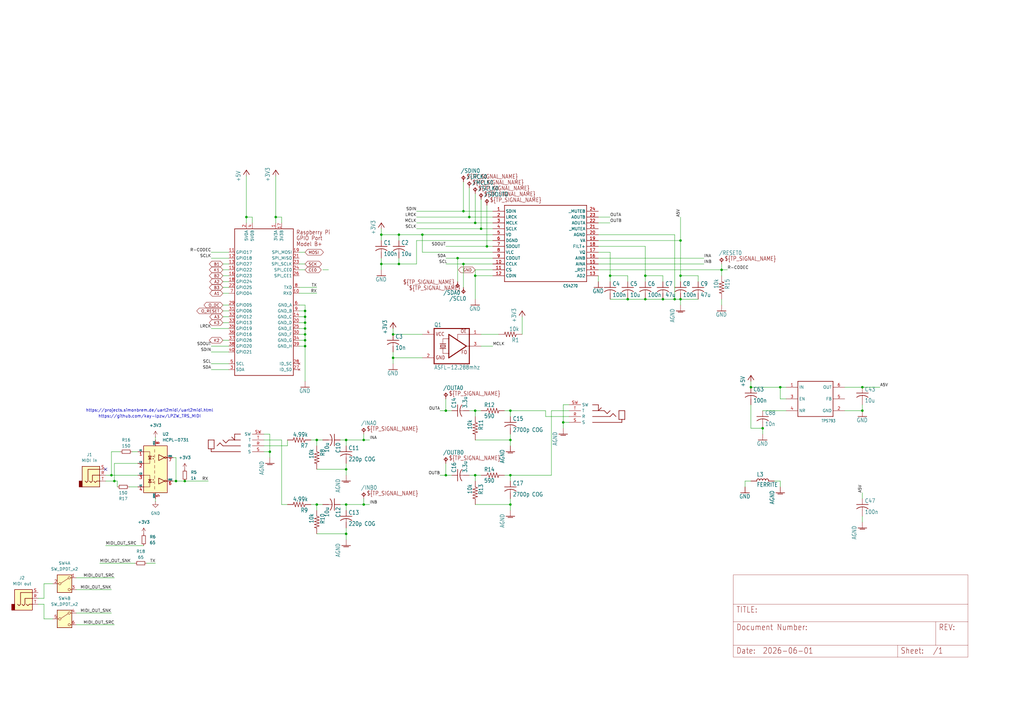
<source format=kicad_sch>
(kicad_sch (version 20231120) (generator "eeschema") (generator_version "8.0")
  (paper "User" 443.357 305.206)
  (junction (at 220.98 177.8))
  (junction (at 119.38 93.98))
  (junction (at 198.12 111.76))
  (junction (at 149.86 218.44))
  (junction (at 172.72 114.3))
  (junction (at 137.16 190.5))
  (junction (at 203.2 93.98))
  (junction (at 373.38 177.8))
  (junction (at 220.98 218.44))
  (junction (at 294.64 119.38))
  (junction (at 132.08 147.32))
  (junction (at 264.16 119.38))
  (junction (at 106.68 93.98))
  (junction (at 271.78 129.54))
  (junction (at 330.2 185.42))
  (junction (at 292.1 129.54))
  (junction (at 48.26 205.74))
  (junction (at 80.01 208.28))
  (junction (at 132.08 149.86))
  (junction (at 279.4 119.38))
  (junction (at 193.04 205.74))
  (junction (at 294.64 129.54))
  (junction (at 165.1 101.6))
  (junction (at 208.28 99.06))
  (junction (at 243.84 182.88))
  (junction (at 170.18 154.94))
  (junction (at 220.98 205.74))
  (junction (at 137.16 218.44))
  (junction (at 373.38 167.64))
  (junction (at 132.08 134.62))
  (junction (at 312.42 116.84))
  (junction (at 200.66 91.44))
  (junction (at 132.08 137.16))
  (junction (at 149.86 231.14))
  (junction (at 170.18 144.78))
  (junction (at 337.82 167.64))
  (junction (at 132.08 144.78))
  (junction (at 157.48 190.5))
  (junction (at 325.12 167.64))
  (junction (at 49.53 208.28))
  (junction (at 220.98 190.5))
  (junction (at 157.48 218.44))
  (junction (at 294.64 104.14))
  (junction (at 149.86 203.2))
  (junction (at 182.88 101.6))
  (junction (at 205.74 205.74))
  (junction (at 149.86 190.5))
  (junction (at 205.74 96.52))
  (junction (at 132.08 139.7))
  (junction (at 76.2 208.28))
  (junction (at 210.82 106.68))
  (junction (at 193.04 177.8))
  (junction (at 205.74 119.38))
  (junction (at 287.02 129.54))
  (junction (at 200.66 114.3))
  (junction (at 172.72 101.6))
  (junction (at 116.84 195.58))
  (junction (at 132.08 142.24))
  (junction (at 205.74 177.8))
  (junction (at 279.4 129.54))
  (junction (at 165.1 114.3))
  (no_connect (at 45.72 203.2))
  (wire (pts (xy 190.5 177.8) (xy 193.04 177.8)) (stroke (width 0.1524)))
  (wire (pts (xy 205.74 119.38) (xy 205.74 129.54)) (stroke (width 0.1524)))
  (wire (pts (xy 287.02 129.54) (xy 292.1 129.54)) (stroke (width 0.1524)))
  (wire (pts (xy 236.22 177.8) (xy 220.98 177.8)) (stroke (width 0.1524)))
  (wire (pts (xy 142.24 116.84) (xy 139.7 116.84)) (stroke (width 0.1524)))
  (wire (pts (xy 157.48 218.44) (xy 160.02 218.44)) (stroke (width 0.1524)))
  (wire (pts (xy 279.4 119.38) (xy 279.4 121.92)) (stroke (width 0.1524)))
  (wire (pts (xy 193.04 205.74) (xy 195.58 205.74)) (stroke (width 0.1524)))
  (wire (pts (xy 259.08 121.92) (xy 259.08 119.38)) (stroke (width 0.1524)))
  (wire (pts (xy 55.88 210.82) (xy 59.69 210.82)))
  (wire (pts (xy 205.74 180.34) (xy 205.74 177.8)) (stroke (width 0.1524)))
  (wire (pts (xy 220.98 218.44) (xy 220.98 215.9)) (stroke (width 0.1524)))
  (wire (pts (xy 180.34 104.14) (xy 180.34 114.3)) (stroke (width 0.1524)))
  (wire (pts (xy 220.98 190.5) (xy 220.98 187.96)) (stroke (width 0.1524)))
  (wire (pts (xy 157.48 187.96) (xy 157.48 190.5)) (stroke (width 0.1524)))
  (wire (pts (xy 208.28 86.36) (xy 208.28 99.06)) (stroke (width 0.1524)))
  (wire (pts (xy 213.36 104.14) (xy 180.34 104.14)) (stroke (width 0.1524)))
  (wire (pts (xy 91.44 111.76) (xy 99.06 111.76)) (stroke (width 0.1524)))
  (wire (pts (xy 59.69 200.66) (xy 49.53 200.66)))
  (wire (pts (xy 325.12 208.28) (xy 322.58 208.28)) (stroke (width 0.1524)))
  (wire (pts (xy 49.53 200.66) (xy 49.53 208.28)))
  (wire (pts (xy 49.53 270.51) (xy 33.02 270.51)))
  (wire (pts (xy 96.52 139.7) (xy 99.06 139.7)) (stroke (width 0.1524)))
  (wire (pts (xy 287.02 129.54) (xy 279.4 129.54)) (stroke (width 0.1524)))
  (wire (pts (xy 165.1 99.06) (xy 165.1 101.6)) (stroke (width 0.1524)))
  (wire (pts (xy 264.16 119.38) (xy 264.16 121.92)) (stroke (width 0.1524)))
  (wire (pts (xy 52.07 195.58) (xy 48.26 195.58)))
  (wire (pts (xy 190.5 205.74) (xy 193.04 205.74)) (stroke (width 0.1524)))
  (wire (pts (xy 149.86 190.5) (xy 157.48 190.5)) (stroke (width 0.1524)))
  (wire (pts (xy 121.92 93.98) (xy 121.92 96.52)) (stroke (width 0.1524)))
  (wire (pts (xy 205.74 119.38) (xy 213.36 119.38)) (stroke (width 0.1524)))
  (wire (pts (xy 259.08 106.68) (xy 279.4 106.68)) (stroke (width 0.1524)))
  (wire (pts (xy 337.82 172.72) (xy 337.82 167.64)) (stroke (width 0.1524)))
  (wire (pts (xy 165.1 101.6) (xy 165.1 104.14)) (stroke (width 0.1524)))
  (wire (pts (xy 50.8 210.82) (xy 50.8 208.28)))
  (wire (pts (xy 373.38 167.64) (xy 381 167.64)) (stroke (width 0.1524)))
  (wire (pts (xy 121.92 190.5) (xy 121.92 218.44)) (stroke (width 0.1524)))
  (wire (pts (xy 19.05 261.62) (xy 16.51 261.62)))
  (wire (pts (xy 129.54 142.24) (xy 132.08 142.24)) (stroke (width 0.1524)))
  (wire (pts (xy 91.44 160.02) (xy 99.06 160.02)) (stroke (width 0.1524)))
  (wire (pts (xy 149.86 218.44) (xy 149.86 220.98)) (stroke (width 0.1524)))
  (wire (pts (xy 96.52 124.46) (xy 99.06 124.46)) (stroke (width 0.1524)))
  (wire (pts (xy 132.08 114.3) (xy 129.54 114.3)) (stroke (width 0.1524)))
  (wire (pts (xy 137.16 218.44) (xy 139.7 218.44)) (stroke (width 0.1524)))
  (wire (pts (xy 129.54 137.16) (xy 132.08 137.16)) (stroke (width 0.1524)))
  (wire (pts (xy 312.42 119.38) (xy 312.42 116.84)) (stroke (width 0.1524)))
  (wire (pts (xy 215.9 144.78) (xy 208.28 144.78)) (stroke (width 0.1524)))
  (wire (pts (xy 238.76 177.8) (xy 246.38 177.8)) (stroke (width 0.1524)))
  (wire (pts (xy 302.26 129.54) (xy 294.64 129.54)) (stroke (width 0.1524)))
  (wire (pts (xy 96.52 119.38) (xy 99.06 119.38)) (stroke (width 0.1524)))
  (wire (pts (xy 193.04 111.76) (xy 198.12 111.76)) (stroke (width 0.1524)))
  (wire (pts (xy 50.8 208.28) (xy 49.53 208.28)))
  (wire (pts (xy 205.74 116.84) (xy 205.74 119.38)) (stroke (width 0.1524)))
  (wire (pts (xy 279.4 119.38) (xy 287.02 119.38)) (stroke (width 0.1524)))
  (wire (pts (xy 129.54 139.7) (xy 132.08 139.7)) (stroke (width 0.1524)))
  (wire (pts (xy 373.38 215.9) (xy 373.38 213.36)) (stroke (width 0.1524)))
  (wire (pts (xy 147.32 190.5) (xy 149.86 190.5)) (stroke (width 0.1524)))
  (wire (pts (xy 96.52 132.08) (xy 99.06 132.08)) (stroke (width 0.1524)))
  (wire (pts (xy 373.38 177.8) (xy 373.38 175.26)) (stroke (width 0.1524)))
  (wire (pts (xy 182.88 154.94) (xy 170.18 154.94)) (stroke (width 0.1524)))
  (wire (pts (xy 203.2 81.28) (xy 203.2 93.98)) (stroke (width 0.1524)))
  (wire (pts (xy 129.54 149.86) (xy 132.08 149.86)) (stroke (width 0.1524)))
  (wire (pts (xy 22.86 267.97) (xy 19.05 267.97)))
  (wire (pts (xy 279.4 129.54) (xy 271.78 129.54)) (stroke (width 0.1524)))
  (wire (pts (xy 294.64 119.38) (xy 302.26 119.38)) (stroke (width 0.1524)))
  (wire (pts (xy 45.72 236.22) (xy 62.23 236.22)))
  (wire (pts (xy 149.86 231.14) (xy 149.86 233.68)) (stroke (width 0.1524)))
  (wire (pts (xy 170.18 154.94) (xy 170.18 152.4)) (stroke (width 0.1524)))
  (wire (pts (xy 132.08 116.84) (xy 129.54 116.84)) (stroke (width 0.1524)))
  (wire (pts (xy 205.74 96.52) (xy 213.36 96.52)) (stroke (width 0.1524)))
  (wire (pts (xy 193.04 172.72) (xy 193.04 177.8)) (stroke (width 0.1524)))
  (wire (pts (xy 132.08 149.86) (xy 132.08 165.1)) (stroke (width 0.1524)))
  (wire (pts (xy 132.08 139.7) (xy 132.08 142.24)) (stroke (width 0.1524)))
  (wire (pts (xy 129.54 144.78) (xy 132.08 144.78)) (stroke (width 0.1524)))
  (wire (pts (xy 63.5 243.84) (xy 67.31 243.84)))
  (wire (pts (xy 193.04 114.3) (xy 200.66 114.3)) (stroke (width 0.1524)))
  (wire (pts (xy 48.26 255.27) (xy 33.02 255.27)))
  (wire (pts (xy 149.86 228.6) (xy 149.86 231.14)) (stroke (width 0.1524)))
  (wire (pts (xy 106.68 93.98) (xy 109.22 93.98)) (stroke (width 0.1524)))
  (wire (pts (xy 119.38 93.98) (xy 121.92 93.98)) (stroke (width 0.1524)))
  (wire (pts (xy 119.38 93.98) (xy 119.38 76.2)) (stroke (width 0.1524)))
  (wire (pts (xy 172.72 111.76) (xy 172.72 114.3)) (stroke (width 0.1524)))
  (wire (pts (xy 134.62 190.5) (xy 137.16 190.5)) (stroke (width 0.1524)))
  (wire (pts (xy 137.16 193.04) (xy 137.16 190.5)) (stroke (width 0.1524)))
  (wire (pts (xy 287.02 119.38) (xy 287.02 121.92)) (stroke (width 0.1524)))
  (wire (pts (xy 208.28 149.86) (xy 213.36 149.86)) (stroke (width 0.1524)))
  (wire (pts (xy 220.98 205.74) (xy 220.98 208.28)) (stroke (width 0.1524)))
  (wire (pts (xy 16.51 259.08) (xy 19.05 259.08)))
  (wire (pts (xy 43.18 243.84) (xy 58.42 243.84)))
  (wire (pts (xy 220.98 220.98) (xy 220.98 218.44)) (stroke (width 0.1524)))
  (wire (pts (xy 330.2 187.96) (xy 330.2 185.42)) (stroke (width 0.1524)))
  (wire (pts (xy 157.48 215.9) (xy 157.48 218.44)) (stroke (width 0.1524)))
  (wire (pts (xy 193.04 200.66) (xy 193.04 205.74)) (stroke (width 0.1524)))
  (wire (pts (xy 172.72 101.6) (xy 165.1 101.6)) (stroke (width 0.1524)))
  (wire (pts (xy 19.05 267.97) (xy 19.05 261.62)))
  (wire (pts (xy 57.15 195.58) (xy 59.69 195.58)))
  (wire (pts (xy 279.4 106.68) (xy 279.4 119.38)) (stroke (width 0.1524)))
  (wire (pts (xy 67.31 215.9) (xy 67.31 217.17)))
  (wire (pts (xy 147.32 218.44) (xy 149.86 218.44)) (stroke (width 0.1524)))
  (wire (pts (xy 132.08 144.78) (xy 132.08 147.32)) (stroke (width 0.1524)))
  (wire (pts (xy 246.38 175.26) (xy 243.84 175.26)) (stroke (width 0.1524)))
  (wire (pts (xy 243.84 175.26) (xy 243.84 182.88)) (stroke (width 0.1524)))
  (wire (pts (xy 129.54 134.62) (xy 132.08 134.62)) (stroke (width 0.1524)))
  (wire (pts (xy 292.1 101.6) (xy 292.1 129.54)) (stroke (width 0.1524)))
  (wire (pts (xy 96.52 134.62) (xy 99.06 134.62)) (stroke (width 0.1524)))
  (wire (pts (xy 157.48 190.5) (xy 160.02 190.5)) (stroke (width 0.1524)))
  (wire (pts (xy 205.74 83.82) (xy 205.74 96.52)) (stroke (width 0.1524)))
  (wire (pts (xy 246.38 182.88) (xy 243.84 182.88)) (stroke (width 0.1524)))
  (wire (pts (xy 96.52 137.16) (xy 99.06 137.16)) (stroke (width 0.1524)))
  (wire (pts (xy 259.08 104.14) (xy 294.64 104.14)) (stroke (width 0.1524)))
  (wire (pts (xy 264.16 93.98) (xy 259.08 93.98)) (stroke (width 0.1524)))
  (wire (pts (xy 121.92 218.44) (xy 124.46 218.44)) (stroke (width 0.1524)))
  (wire (pts (xy 302.26 119.38) (xy 302.26 121.92)) (stroke (width 0.1524)))
  (wire (pts (xy 96.52 114.3) (xy 99.06 114.3)) (stroke (width 0.1524)))
  (wire (pts (xy 96.52 127) (xy 99.06 127)) (stroke (width 0.1524)))
  (wire (pts (xy 294.64 132.08) (xy 294.64 129.54)) (stroke (width 0.1524)))
  (wire (pts (xy 67.31 189.23) (xy 67.31 190.5)))
  (wire (pts (xy 180.34 91.44) (xy 200.66 91.44)) (stroke (width 0.1524)))
  (wire (pts (xy 373.38 226.06) (xy 373.38 223.52)) (stroke (width 0.1524)))
  (wire (pts (xy 218.44 177.8) (xy 220.98 177.8)) (stroke (width 0.1524)))
  (wire (pts (xy 213.36 101.6) (xy 182.88 101.6)) (stroke (width 0.1524)))
  (wire (pts (xy 198.12 111.76) (xy 213.36 111.76)) (stroke (width 0.1524)))
  (wire (pts (xy 106.68 93.98) (xy 106.68 96.52)) (stroke (width 0.1524)))
  (wire (pts (xy 259.08 111.76) (xy 304.8 111.76)) (stroke (width 0.1524)))
  (wire (pts (xy 48.26 265.43) (xy 33.02 265.43)))
  (wire (pts (xy 243.84 182.88) (xy 243.84 185.42)) (stroke (width 0.1524)))
  (wire (pts (xy 205.74 218.44) (xy 220.98 218.44)) (stroke (width 0.1524)))
  (wire (pts (xy 132.08 142.24) (xy 132.08 144.78)) (stroke (width 0.1524)))
  (wire (pts (xy 91.44 142.24) (xy 99.06 142.24)) (stroke (width 0.1524)))
  (wire (pts (xy 80.01 208.28) (xy 90.17 208.28)))
  (wire (pts (xy 294.64 119.38) (xy 294.64 121.92)) (stroke (width 0.1524)))
  (wire (pts (xy 294.64 104.14) (xy 294.64 93.98)) (stroke (width 0.1524)))
  (wire (pts (xy 200.66 114.3) (xy 213.36 114.3)) (stroke (width 0.1524)))
  (wire (pts (xy 205.74 177.8) (xy 208.28 177.8)) (stroke (width 0.1524)))
  (wire (pts (xy 132.08 132.08) (xy 132.08 134.62)) (stroke (width 0.1524)))
  (wire (pts (xy 312.42 114.3) (xy 312.42 116.84)) (stroke (width 0.1524)))
  (wire (pts (xy 220.98 193.04) (xy 220.98 190.5)) (stroke (width 0.1524)))
  (wire (pts (xy 205.74 190.5) (xy 220.98 190.5)) (stroke (width 0.1524)))
  (wire (pts (xy 116.84 195.58) (xy 116.84 198.12)) (stroke (width 0.1524)))
  (wire (pts (xy 149.86 203.2) (xy 149.86 205.74)) (stroke (width 0.1524)))
  (wire (pts (xy 49.53 250.19) (xy 33.02 250.19)))
  (wire (pts (xy 114.3 195.58) (xy 116.84 195.58)) (stroke (width 0.1524)))
  (wire (pts (xy 335.28 208.28) (xy 337.82 208.28)) (stroke (width 0.1524)))
  (wire (pts (xy 259.08 109.22) (xy 264.16 109.22)) (stroke (width 0.1524)))
  (wire (pts (xy 132.08 109.22) (xy 129.54 109.22)) (stroke (width 0.1524)))
  (wire (pts (xy 330.2 185.42) (xy 325.12 185.42)) (stroke (width 0.1524)))
  (wire (pts (xy 137.16 203.2) (xy 149.86 203.2)) (stroke (width 0.1524)))
  (wire (pts (xy 137.16 231.14) (xy 149.86 231.14)) (stroke (width 0.1524)))
  (wire (pts (xy 91.44 149.86) (xy 99.06 149.86)) (stroke (width 0.1524)))
  (wire (pts (xy 208.28 99.06) (xy 180.34 99.06)) (stroke (width 0.1524)))
  (wire (pts (xy 264.16 119.38) (xy 271.78 119.38)) (stroke (width 0.1524)))
  (wire (pts (xy 180.34 114.3) (xy 172.72 114.3)) (stroke (width 0.1524)))
  (wire (pts (xy 246.38 180.34) (xy 236.22 180.34)) (stroke (width 0.1524)))
  (wire (pts (xy 325.12 185.42) (xy 325.12 175.26)) (stroke (width 0.1524)))
  (wire (pts (xy 198.12 111.76) (xy 198.12 121.92)) (stroke (width 0.1524)))
  (wire (pts (xy 137.16 124.46) (xy 129.54 124.46)) (stroke (width 0.1524)))
  (wire (pts (xy 213.36 106.68) (xy 210.82 106.68)) (stroke (width 0.1524)))
  (wire (pts (xy 226.06 144.78) (xy 226.06 137.16)) (stroke (width 0.1524)))
  (wire (pts (xy 236.22 180.34) (xy 236.22 177.8)) (stroke (width 0.1524)))
  (wire (pts (xy 19.05 259.08) (xy 19.05 252.73)))
  (wire (pts (xy 129.54 132.08) (xy 132.08 132.08)) (stroke (width 0.1524)))
  (wire (pts (xy 96.52 116.84) (xy 99.06 116.84)) (stroke (width 0.1524)))
  (wire (pts (xy 203.2 205.74) (xy 205.74 205.74)) (stroke (width 0.1524)))
  (wire (pts (xy 180.34 93.98) (xy 203.2 93.98)) (stroke (width 0.1524)))
  (wire (pts (xy 172.72 104.14) (xy 172.72 101.6)) (stroke (width 0.1524)))
  (wire (pts (xy 137.16 127) (xy 129.54 127)) (stroke (width 0.1524)))
  (wire (pts (xy 76.2 208.28) (xy 80.01 208.28)))
  (wire (pts (xy 200.66 114.3) (xy 200.66 124.46)) (stroke (width 0.1524)))
  (wire (pts (xy 259.08 116.84) (xy 312.42 116.84)) (stroke (width 0.1524)))
  (wire (pts (xy 365.76 177.8) (xy 373.38 177.8)) (stroke (width 0.1524)))
  (wire (pts (xy 180.34 96.52) (xy 205.74 96.52)) (stroke (width 0.1524)))
  (wire (pts (xy 170.18 157.48) (xy 170.18 154.94)) (stroke (width 0.1524)))
  (wire (pts (xy 200.66 78.74) (xy 200.66 91.44)) (stroke (width 0.1524)))
  (wire (pts (xy 365.76 167.64) (xy 373.38 167.64)) (stroke (width 0.1524)))
  (wire (pts (xy 264.16 109.22) (xy 264.16 119.38)) (stroke (width 0.1524)))
  (wire (pts (xy 259.08 101.6) (xy 292.1 101.6)) (stroke (width 0.1524)))
  (wire (pts (xy 96.52 147.32) (xy 99.06 147.32)) (stroke (width 0.1524)))
  (wire (pts (xy 205.74 208.28) (xy 205.74 205.74)) (stroke (width 0.1524)))
  (wire (pts (xy 182.88 109.22) (xy 182.88 101.6)) (stroke (width 0.1524)))
  (wire (pts (xy 76.2 208.28) (xy 74.93 208.28)))
  (wire (pts (xy 312.42 116.84) (xy 314.96 116.84)) (stroke (width 0.1524)))
  (wire (pts (xy 114.3 187.96) (xy 116.84 187.96)) (stroke (width 0.1524)))
  (wire (pts (xy 129.54 147.32) (xy 132.08 147.32)) (stroke (width 0.1524)))
  (wire (pts (xy 19.05 252.73) (xy 22.86 252.73)))
  (wire (pts (xy 193.04 177.8) (xy 195.58 177.8)) (stroke (width 0.1524)))
  (wire (pts (xy 137.16 190.5) (xy 139.7 190.5)) (stroke (width 0.1524)))
  (wire (pts (xy 170.18 144.78) (xy 170.18 142.24)) (stroke (width 0.1524)))
  (wire (pts (xy 137.16 220.98) (xy 137.16 218.44)) (stroke (width 0.1524)))
  (wire (pts (xy 116.84 187.96) (xy 116.84 195.58)) (stroke (width 0.1524)))
  (wire (pts (xy 340.36 172.72) (xy 337.82 172.72)) (stroke (width 0.1524)))
  (wire (pts (xy 124.46 193.04) (xy 114.3 193.04)) (stroke (width 0.1524)))
  (wire (pts (xy 205.74 205.74) (xy 208.28 205.74)) (stroke (width 0.1524)))
  (wire (pts (xy 271.78 129.54) (xy 264.16 129.54)) (stroke (width 0.1524)))
  (wire (pts (xy 132.08 137.16) (xy 132.08 139.7)) (stroke (width 0.1524)))
  (wire (pts (xy 132.08 134.62) (xy 132.08 137.16)) (stroke (width 0.1524)))
  (wire (pts (xy 91.44 152.4) (xy 99.06 152.4)) (stroke (width 0.1524)))
  (wire (pts (xy 213.36 99.06) (xy 208.28 99.06)) (stroke (width 0.1524)))
  (wire (pts (xy 74.93 198.12) (xy 76.2 198.12)))
  (wire (pts (xy 124.46 190.5) (xy 124.46 193.04)) (stroke (width 0.1524)))
  (wire (pts (xy 200.66 91.44) (xy 213.36 91.44)) (stroke (width 0.1524)))
  (wire (pts (xy 340.36 177.8) (xy 330.2 177.8)) (stroke (width 0.1524)))
  (wire (pts (xy 238.76 205.74) (xy 220.98 205.74)) (stroke (width 0.1524)))
  (wire (pts (xy 182.88 101.6) (xy 172.72 101.6)) (stroke (width 0.1524)))
  (wire (pts (xy 91.44 109.22) (xy 99.06 109.22)) (stroke (width 0.1524)))
  (wire (pts (xy 203.2 93.98) (xy 213.36 93.98)) (stroke (width 0.1524)))
  (wire (pts (xy 337.82 167.64) (xy 340.36 167.64)) (stroke (width 0.1524)))
  (wire (pts (xy 149.86 190.5) (xy 149.86 193.04)) (stroke (width 0.1524)))
  (wire (pts (xy 210.82 88.9) (xy 210.82 106.68)) (stroke (width 0.1524)))
  (wire (pts (xy 238.76 177.8) (xy 238.76 205.74)) (stroke (width 0.1524)))
  (wire (pts (xy 149.86 218.44) (xy 157.48 218.44)) (stroke (width 0.1524)))
  (wire (pts (xy 134.62 218.44) (xy 137.16 218.44)) (stroke (width 0.1524)))
  (wire (pts (xy 172.72 114.3) (xy 165.1 114.3)) (stroke (width 0.1524)))
  (wire (pts (xy 119.38 93.98) (xy 119.38 96.52)) (stroke (width 0.1524)))
  (wire (pts (xy 76.2 198.12) (xy 76.2 208.28)))
  (wire (pts (xy 45.72 205.74) (xy 48.26 205.74)))
  (wire (pts (xy 213.36 109.22) (xy 182.88 109.22)) (stroke (width 0.1524)))
  (wire (pts (xy 121.92 190.5) (xy 114.3 190.5)) (stroke (width 0.1524)))
  (wire (pts (xy 312.42 132.08) (xy 312.42 129.54)) (stroke (width 0.1524)))
  (wire (pts (xy 109.22 93.98) (xy 109.22 96.52)) (stroke (width 0.1524)))
  (wire (pts (xy 294.64 104.14) (xy 294.64 119.38)) (stroke (width 0.1524)))
  (wire (pts (xy 218.44 205.74) (xy 220.98 205.74)) (stroke (width 0.1524)))
  (wire (pts (xy 193.04 106.68) (xy 210.82 106.68)) (stroke (width 0.1524)))
  (wire (pts (xy 292.1 129.54) (xy 294.64 129.54)) (stroke (width 0.1524)))
  (wire (pts (xy 106.68 93.98) (xy 106.68 76.2)) (stroke (width 0.1524)))
  (wire (pts (xy 182.88 144.78) (xy 170.18 144.78)) (stroke (width 0.1524)))
  (wire (pts (xy 271.78 119.38) (xy 271.78 121.92)) (stroke (width 0.1524)))
  (wire (pts (xy 325.12 167.64) (xy 337.82 167.64)) (stroke (width 0.1524)))
  (wire (pts (xy 165.1 116.84) (xy 165.1 114.3)) (stroke (width 0.1524)))
  (wire (pts (xy 149.86 200.66) (xy 149.86 203.2)) (stroke (width 0.1524)))
  (wire (pts (xy 49.53 208.28) (xy 45.72 208.28)))
  (wire (pts (xy 220.98 177.8) (xy 220.98 180.34)) (stroke (width 0.1524)))
  (wire (pts (xy 91.44 157.48) (xy 99.06 157.48)) (stroke (width 0.1524)))
  (wire (pts (xy 203.2 177.8) (xy 205.74 177.8)) (stroke (width 0.1524)))
  (wire (pts (xy 48.26 205.74) (xy 59.69 205.74)))
  (wire (pts (xy 96.52 121.92) (xy 99.06 121.92)) (stroke (width 0.1524)))
  (wire (pts (xy 213.36 116.84) (xy 205.74 116.84)) (stroke (width 0.1524)))
  (wire (pts (xy 259.08 114.3) (xy 304.8 114.3)) (stroke (width 0.1524)))
  (wire (pts (xy 165.1 114.3) (xy 165.1 111.76)) (stroke (width 0.1524)))
  (wire (pts (xy 337.82 210.82) (xy 337.82 208.28)) (stroke (width 0.1524)))
  (wire (pts (xy 325.12 167.64) (xy 325.12 165.1)) (stroke (width 0.1524)))
  (wire (pts (xy 48.26 195.58) (xy 48.26 205.74)))
  (wire (pts (xy 322.58 208.28) (xy 322.58 210.82)) (stroke (width 0.1524)))
  (wire (pts (xy 132.08 147.32) (xy 132.08 149.86)) (stroke (width 0.1524)))
  (wire (pts (xy 264.16 96.52) (xy 259.08 96.52)) (stroke (width 0.1524)))
  (text "https://github.com/kay-lpzw/LPZW_TRS_MIDI" (at 64.77 180.34 0) (effects (font (size 1.27 1.27))))
  (text "https://projects.simonbrem.de/uart2midi/uart2midi.html" (at 64.77 177.8 0) (effects (font (size 1.27 1.27))))
  (label "OUTB" (at 190.5 205.74 180) (effects (font (size 1.2446 1.2446))))
  (label "TX" (at 137.16 124.46 180) (effects (font (size 1.2446 1.2446))))
  (label "R-CODEC" (at 91.44 109.22 180) (effects (font (size 1.2446 1.2446))))
  (label "SCLK" (at 180.34 99.06 180) (effects (font (size 1.2446 1.2446))))
  (label "SDA" (at 193.04 111.76 180) (effects (font (size 1.2446 1.2446))))
  (label "A5V" (at 373.38 213.36 90) (effects (font (size 1.2446 1.2446))))
  (label "SDA" (at 91.44 160.02 180) (effects (font (size 1.2446 1.2446))))
  (label "OUTB" (at 264.16 96.52 0) (effects (font (size 1.2446 1.2446))))
  (label "INA" (at 160.02 190.5 0) (effects (font (size 1.2446 1.2446))))
  (label "MIDI_OUT_SNK" (at 43.18 243.84 0))
  (label "SDOUT" (at 91.44 149.86 180) (effects (font (size 1.2446 1.2446))))
  (label "MIDI_OUT_SRC" (at 49.53 270.51 180))
  (label "LRCK" (at 91.44 142.24 180) (effects (font (size 1.2446 1.2446))))
  (label "OUTA" (at 190.5 177.8 180) (effects (font (size 1.2446 1.2446))))
  (label "MCLK" (at 213.36 149.86 0) (effects (font (size 1.2446 1.2446))))
  (label "LRCK" (at 180.34 93.98 180) (effects (font (size 1.2446 1.2446))))
  (label "SDIN" (at 180.34 91.44 180) (effects (font (size 1.2446 1.2446))))
  (label "OUTA" (at 264.16 93.98 0) (effects (font (size 1.2446 1.2446))))
  (label "MIDI_OUT_SNK" (at 48.26 265.43 180))
  (label "R-CODEC" (at 314.96 116.84 0) (effects (font (size 1.2446 1.2446))))
  (label "MIDI_OUT_SRC" (at 45.72 236.22 0))
  (label "SCL" (at 91.44 157.48 180) (effects (font (size 1.2446 1.2446))))
  (label "MIDI_OUT_SNK" (at 48.26 255.27 180))
  (label "A5V" (at 294.64 93.98 90) (effects (font (size 1.2446 1.2446))))
  (label "INB" (at 160.02 218.44 0) (effects (font (size 1.2446 1.2446))))
  (label "SDOUT" (at 193.04 106.68 180) (effects (font (size 1.2446 1.2446))))
  (label "RX" (at 90.17 208.28 180))
  (label "SCLK" (at 91.44 111.76 180) (effects (font (size 1.2446 1.2446))))
  (label "INA" (at 304.8 111.76 0) (effects (font (size 1.2446 1.2446))))
  (label "A5V" (at 381 167.64 0) (effects (font (size 1.2446 1.2446))))
  (label "TX" (at 67.31 243.84 180))
  (label "SDIN" (at 91.44 152.4 180) (effects (font (size 1.2446 1.2446))))
  (label "SCL" (at 193.675 114.3 180) (effects (font (size 1.2446 1.2446))))
  (label "MIDI_OUT_SRC" (at 49.53 250.19 180))
  (label "RX" (at 137.16 127 180) (effects (font (size 1.2446 1.2446))))
  (label "MCLK" (at 180.34 96.52 180) (effects (font (size 1.2446 1.2446))))
  (label "INB" (at 304.8 114.3 0) (effects (font (size 1.2446 1.2446))))
  (global_label "A3" (shape bidirectional) (at 96.52 137.16 180) (effects (font (size 1.2446 1.2446))) (property "Intersheetrefs" "${INTERSHEET_REFS}" (effects (hide yes))))
  (global_label "O_DC" (shape bidirectional) (at 96.52 132.08 180) (effects (font (size 1.2446 1.2446))) (property "Intersheetrefs" "${INTERSHEET_REFS}" (effects (hide yes))))
  (global_label "CE0" (shape bidirectional) (at 132.08 116.84 0) (effects (font (size 1.2446 1.2446))) (property "Intersheetrefs" "${INTERSHEET_REFS}" (effects (hide yes))))
  (global_label "O_RESET" (shape bidirectional) (at 96.52 134.62 180) (effects (font (size 1.2446 1.2446))) (property "Intersheetrefs" "${INTERSHEET_REFS}" (effects (hide yes))))
  (global_label "B3" (shape bidirectional) (at 96.52 124.46 180) (effects (font (size 1.2446 1.2446))) (property "Intersheetrefs" "${INTERSHEET_REFS}" (effects (hide yes))))
  (global_label "B2" (shape bidirectional) (at 96.52 119.38 180) (effects (font (size 1.2446 1.2446))) (property "Intersheetrefs" "${INTERSHEET_REFS}" (effects (hide yes))))
  (global_label "A1" (shape bidirectional) (at 96.52 127 180) (effects (font (size 1.2446 1.2446))) (property "Intersheetrefs" "${INTERSHEET_REFS}" (effects (hide yes))))
  (global_label "K1" (shape bidirectional) (at 96.52 116.84 180) (effects (font (size 1.2446 1.2446))) (property "Intersheetrefs" "${INTERSHEET_REFS}" (effects (hide yes))))
  (global_label "A2" (shape bidirectional) (at 96.52 121.92 180) (effects (font (size 1.2446 1.2446))) (property "Intersheetrefs" "${INTERSHEET_REFS}" (effects (hide yes))))
  (global_label "K3" (shape bidirectional) (at 96.52 139.7 180) (effects (font (size 1.2446 1.2446))) (property "Intersheetrefs" "${INTERSHEET_REFS}" (effects (hide yes))))
  (global_label "MOSI" (shape bidirectional) (at 132.08 109.22 0) (effects (font (size 1.2446 1.2446))) (property "Intersheetrefs" "${INTERSHEET_REFS}" (effects (hide yes))))
  (global_label "GND" (shape bidirectional) (at 205.74 116.84 180) (effects (font (size 1.2446 1.2446))) (property "Intersheetrefs" "${INTERSHEET_REFS}" (effects (hide yes))))
  (global_label "SCK" (shape bidirectional) (at 132.08 114.3 0) (effects (font (size 1.2446 1.2446))) (property "Intersheetrefs" "${INTERSHEET_REFS}" (effects (hide yes))))
  (global_label "B1" (shape bidirectional) (at 96.52 114.3 180) (effects (font (size 1.2446 1.2446))) (property "Intersheetrefs" "${INTERSHEET_REFS}" (effects (hide yes))))
  (global_label "K2" (shape bidirectional) (at 96.52 147.32 180) (effects (font (size 1.2446 1.2446))) (property "Intersheetrefs" "${INTERSHEET_REFS}" (effects (hide yes))))
  (symbol (lib_id "norns-shield-210330-eagle-import:GND") (at 165.1 119.38 0) (unit 1)
    (property "Reference" "#GND02" (effects (hide yes)))
    (property "Value" "GND" (at 162.56 121.92 0) (effects (font (size 1.778 1.5113)) (justify left bottom)))
  )
  (symbol (lib_id "norns-shield-210330-eagle-import:TPTP12R") (at 193.04 198.12 0) (unit 1)
    (property "Reference" "/OUTB0" (at 191.77 196.85 0) (effects (font (size 1.778 1.5113)) (justify left bottom)))
    (property "Value" "TPTP12R" (effects (hide yes)))
    (property "Footprint" "norns-shield-210330:TP12R" (effects (hide yes)))
  )
  (symbol (lib_id "norns-shield-210330-eagle-import:RASPI_BOARD_B+#_E3") (at 114.3 124.46 0) (unit 1)
    (property "Reference" "X1" (effects (hide yes)))
    (property "Value" "RASPI_BOARD_B+#_E3" (effects (hide yes)))
    (property "Footprint" "norns-shield-210330:RASPI_BOARD_B+_EDGES_3DRILL" (effects (hide yes)))
  )
  (symbol (lib_id "norns-shield-210330-eagle-import:AGND") (at 373.38 228.6 0) (unit 1)
    (property "Reference" "#AGND011" (effects (hide yes)))
    (property "Value" "AGND" (at 370.84 233.68 90) (effects (font (size 1.778 1.5113)) (justify left bottom)))
  )
  (symbol (lib_id "norns-shield-210330-eagle-import:+5V") (at 325.12 162.56 0) (unit 1)
    (property "Reference" "#P+03" (effects (hide yes)))
    (property "Value" "+5V" (at 322.58 167.64 90) (effects (font (size 1.778 1.5113)) (justify left bottom)))
  )
  (symbol (lib_id "Switch:SW_DPDT_x2") (at 27.94 267.97 0) (unit 2)
    (property "Reference" "SW4" (at 27.94 259.08 0))
    (property "Value" "SW_DPDT_x2" (at 27.94 261.62 0))
    (property "Footprint" "JS202011JAQN:JS202011JAQN" (effects (hide yes)))
    (property "Description" "Switch, dual pole double throw, separate symbols" (effects (hide yes)))
  )
  (symbol (lib_id "Device:R_Small") (at 53.34 210.82 270) (unit 1)
    (property "Reference" "R17" (at 53.34 215.9 90))
    (property "Value" "150" (at 53.34 213.36 90))
    (property "Footprint" "Resistor_SMD:R_0603_1608Metric" (effects (hide yes)))
    (property "Description" "Resistor, small symbol" (effects (hide yes)))
  )
  (symbol (lib_id "norns-shield-210330-eagle-import:C-USC0805") (at 144.78 190.5 270) (unit 1)
    (property "Reference" "C10" (at 145.415 191.516 0) (effects (font (size 1.778 1.5113)) (justify left bottom)))
    (property "Value" "10u" (at 140.589 191.516 0) (effects (font (size 1.778 1.5113)) (justify left bottom)))
    (property "Footprint" "Capacitor_SMD:C_0805_2012Metric" (effects (hide yes)))
  )
  (symbol (lib_id "norns-shield-210330-eagle-import:TPTP12R") (at 198.12 124.46 180) (unit 1)
    (property "Reference" "/SDA0" (at 199.39 125.73 0) (effects (font (size 1.778 1.5113)) (justify left bottom)))
    (property "Value" "TPTP12R" (effects (hide yes)))
    (property "Footprint" "norns-shield-210330:TP12R" (effects (hide yes)))
  )
  (symbol (lib_id "norns-shield-210330-eagle-import:R-US_R0603") (at 205.74 185.42 270) (unit 1)
    (property "Reference" "R11" (at 207.2386 181.61 0) (effects (font (size 1.778 1.5113)) (justify left bottom)))
    (property "Value" "10k" (at 202.438 181.61 0) (effects (font (size 1.778 1.5113)) (justify left bottom)))
    (property "Footprint" "Resistor_SMD:R_0603_1608Metric" (effects (hide yes)))
  )
  (symbol (lib_id "norns-shield-210330-eagle-import:C-USC0603") (at 220.98 210.82 0) (unit 1)
    (property "Reference" "C17" (at 221.996 210.185 0) (effects (font (size 1.778 1.5113)) (justify left bottom)))
    (property "Value" "2700p COG" (at 221.996 215.011 0) (effects (font (size 1.778 1.5113)) (justify left bottom)))
    (property "Footprint" "Capacitor_SMD:C_0603_1608Metric" (effects (hide yes)))
  )
  (symbol (lib_id "norns-shield-210330-eagle-import:AGND") (at 116.84 200.66 0) (unit 1)
    (property "Reference" "#AGND02" (effects (hide yes)))
    (property "Value" "AGND" (at 114.3 205.74 90) (effects (font (size 1.778 1.5113)) (justify left bottom)))
  )
  (symbol (lib_id "norns-shield-210330-eagle-import:GND") (at 259.08 124.46 0) (unit 1)
    (property "Reference" "#GND07" (effects (hide yes)))
    (property "Value" "GND" (at 256.54 127 0) (effects (font (size 1.778 1.5113)) (justify left bottom)))
  )
  (symbol (lib_id "norns-shield-210330-eagle-import:R-US_R0603") (at 213.36 177.8 0) (unit 1)
    (property "Reference" "R12" (at 209.55 176.3014 0) (effects (font (size 1.778 1.5113)) (justify left bottom)))
    (property "Value" "590" (at 209.55 181.102 0) (effects (font (size 1.778 1.5113)) (justify left bottom)))
    (property "Footprint" "Resistor_SMD:R_0603_1608Metric" (effects (hide yes)))
  )
  (symbol (lib_id "norns-shield-210330-eagle-import:AGND") (at 220.98 223.52 0) (unit 1)
    (property "Reference" "#AGND07" (effects (hide yes)))
    (property "Value" "AGND" (at 218.44 228.6 90) (effects (font (size 1.778 1.5113)) (justify left bottom)))
  )
  (symbol (lib_id "norns-shield-210330-eagle-import:SparkFun-Aesthetics_GND") (at 322.58 213.36 0) (unit 1)
    (property "Reference" "#GND052" (effects (hide yes)))
    (property "Value" "GND" (at 320.04 215.9 0) (effects (font (size 1.778 1.5113)) (justify left bottom)))
  )
  (symbol (lib_id "norns-shield-210330-eagle-import:C-USC0805") (at 271.78 124.46 0) (unit 1)
    (property "Reference" "C5" (at 272.796 123.825 0) (effects (font (size 1.778 1.5113)) (justify left bottom)))
    (property "Value" "10u" (at 272.796 128.651 0) (effects (font (size 1.778 1.5113)) (justify left bottom)))
    (property "Footprint" "Capacitor_SMD:C_0805_2012Metric" (effects (hide yes)))
  )
  (symbol (lib_id "Switch:SW_DPDT_x2") (at 27.94 252.73 0) (unit 1)
    (property "Reference" "SW4" (at 27.94 243.84 0))
    (property "Value" "SW_DPDT_x2" (at 27.94 246.38 0))
    (property "Footprint" "JS202011JAQN:JS202011JAQN" (effects (hide yes)))
    (property "Description" "Switch, dual pole double throw, separate symbols" (effects (hide yes)))
  )
  (symbol (lib_id "Device:R_Small") (at 62.23 233.68 0) (unit 1)
    (property "Reference" "R6" (at 64.77 232.4099 0) (effects (justify left)))
    (property "Value" "65" (at 64.77 234.9499 0) (effects (justify left)))
    (property "Footprint" "Resistor_SMD:R_0603_1608Metric" (effects (hide yes)))
    (property "Description" "Resistor, small symbol" (effects (hide yes)))
  )
  (symbol (lib_id "norns-shield-210330-eagle-import:R-US_R0603") (at 220.98 144.78 180) (unit 1)
    (property "Reference" "R1" (at 224.79 146.2786 0) (effects (font (size 1.778 1.5113)) (justify left bottom)))
    (property "Value" "10k" (at 224.79 141.478 0) (effects (font (size 1.778 1.5113)) (justify left bottom)))
    (property "Footprint" "Resistor_SMD:R_0603_1608Metric" (effects (hide yes)))
  )
  (symbol (lib_id "power:+3V3") (at 80.01 203.2 0) (unit 1)
    (property "Reference" "#PWR06" (effects (hide yes)))
    (property "Value" "+3V3" (at 80.01 198.12 0))
    (property "Description" "Power symbol creates a global label with name \"+3V3\"" (effects (hide yes)))
  )
  (symbol (lib_id "power:+3V3") (at 67.31 189.23 0) (unit 1)
    (property "Reference" "#PWR05" (effects (hide yes)))
    (property "Value" "+3V3" (at 67.31 184.15 0))
    (property "Description" "Power symbol creates a global label with name \"+3V3\"" (effects (hide yes)))
  )
  (symbol (lib_id "norns-shield-210330-eagle-import:C-USC0603") (at 325.12 170.18 0) (unit 1)
    (property "Reference" "C63" (at 326.136 169.545 0) (effects (font (size 1.778 1.5113)) (justify left bottom)))
    (property "Value" "100n" (at 326.136 174.371 0) (effects (font (size 1.778 1.5113)) (justify left bottom)))
    (property "Footprint" "Capacitor_SMD:C_0603_1608Metric" (effects (hide yes)))
  )
  (symbol (lib_id "norns-shield-210330-eagle-import:TPTP12R") (at 200.66 127 180) (unit 1)
    (property "Reference" "/SCL0" (at 201.93 128.27 0) (effects (font (size 1.778 1.5113)) (justify left bottom)))
    (property "Value" "TPTP12R" (effects (hide yes)))
    (property "Footprint" "norns-shield-210330:TP12R" (effects (hide yes)))
  )
  (symbol (lib_id "norns-shield-210330-eagle-import:+5V") (at 106.68 73.66 0) (unit 1)
    (property "Reference" "#P+01" (effects (hide yes)))
    (property "Value" "+5V" (at 104.14 78.74 90) (effects (font (size 1.778 1.5113)) (justify left bottom)))
  )
  (symbol (lib_id "norns-shield-210330-eagle-import:L_0805") (at 330.2 208.28 0) (unit 1)
    (property "Reference" "L3" (at 327.66 206.375 0) (effects (font (size 1.778 1.5113)) (justify left bottom)))
    (property "Value" "FERRITE" (at 327.66 210.82 0) (effects (font (size 1.778 1.5113)) (justify left bottom)))
    (property "Footprint" "Inductor_SMD:L_0805_2012Metric" (effects (hide yes)))
  )
  (symbol (lib_id "norns-shield-210330-eagle-import:C-USC0603") (at 279.4 124.46 0) (unit 1)
    (property "Reference" "C6" (at 280.416 123.825 0) (effects (font (size 1.778 1.5113)) (justify left bottom)))
    (property "Value" "100n" (at 280.416 128.651 0) (effects (font (size 1.778 1.5113)) (justify left bottom)))
    (property "Footprint" "Capacitor_SMD:C_0603_1608Metric" (effects (hide yes)))
  )
  (symbol (lib_id "norns-shield-210330-eagle-import:R-US_R0603") (at 137.16 226.06 270) (unit 1)
    (property "Reference" "R10" (at 138.6586 222.25 0) (effects (font (size 1.778 1.5113)) (justify left bottom)))
    (property "Value" "10k" (at 133.858 222.25 0) (effects (font (size 1.778 1.5113)) (justify left bottom)))
    (property "Footprint" "Resistor_SMD:R_0603_1608Metric" (effects (hide yes)))
  )
  (symbol (lib_id "norns-shield-210330-eagle-import:C-USC0603") (at 330.2 180.34 0) (unit 1)
    (property "Reference" "C88" (at 331.216 179.705 0) (effects (font (size 1.778 1.5113)) (justify left bottom)))
    (property "Value" "10n" (at 331.216 184.531 0) (effects (font (size 1.778 1.5113)) (justify left bottom)))
    (property "Footprint" "Capacitor_SMD:C_0603_1608Metric" (effects (hide yes)))
  )
  (symbol (lib_id "norns-shield-210330-eagle-import:AGND") (at 243.84 187.96 0) (unit 1)
    (property "Reference" "#AGND03" (effects (hide yes)))
    (property "Value" "AGND" (at 241.3 193.04 90) (effects (font (size 1.778 1.5113)) (justify left bottom)))
  )
  (symbol (lib_id "norns-shield-210330-eagle-import:C-USC0805") (at 198.12 205.74 90) (unit 1)
    (property "Reference" "C16" (at 197.485 204.724 0) (effects (font (size 1.778 1.5113)) (justify left bottom)))
    (property "Value" "3.3u" (at 202.311 204.724 0) (effects (font (size 1.778 1.5113)) (justify left bottom)))
    (property "Footprint" "Capacitor_SMD:C_0805_2012Metric" (effects (hide yes)))
  )
  (symbol (lib_id "Device:R_Small") (at 54.61 195.58 90) (unit 1)
    (property "Reference" "R16" (at 54.61 190.5 90))
    (property "Value" "150" (at 54.61 193.04 90))
    (property "Footprint" "Resistor_SMD:R_0603_1608Metric" (effects (hide yes)))
    (property "Description" "Resistor, small symbol" (effects (hide yes)))
  )
  (symbol (lib_id "norns-shield-210330-eagle-import:TPTP12R") (at 205.74 81.28 0) (unit 1)
    (property "Reference" "/MCLK0" (at 204.47 80.01 0) (effects (font (size 1.778 1.5113)) (justify left bottom)))
    (property "Value" "TPTP12R" (effects (hide yes)))
    (property "Footprint" "norns-shield-210330:TP12R" (effects (hide yes)))
  )
  (symbol (lib_id "norns-shield-210330-eagle-import:AGND") (at 149.86 236.22 0) (unit 1)
    (property "Reference" "#AGND05" (effects (hide yes)))
    (property "Value" "AGND" (at 147.32 241.3 90) (effects (font (size 1.778 1.5113)) (justify left bottom)))
  )
  (symbol (lib_id "norns-shield-210330-eagle-import:GND") (at 132.08 167.64 0) (unit 1)
    (property "Reference" "#GND01" (effects (hide yes)))
    (property "Value" "GND" (at 129.54 170.18 0) (effects (font (size 1.778 1.5113)) (justify left bottom)))
  )
  (symbol (lib_id "norns-shield-210330-eagle-import:+3V3") (at 165.1 96.52 0) (unit 1)
    (property "Reference" "#+3V02" (effects (hide yes)))
    (property "Value" "+3V3" (at 162.56 101.6 90) (effects (font (size 1.778 1.5113)) (justify left bottom)))
  )
  (symbol (lib_id "Device:R_Small") (at 80.01 205.74 0) (unit 1)
    (property "Reference" "R5" (at 82.55 204.4699 0) (effects (justify left)))
    (property "Value" "1k" (at 82.55 207.0099 0) (effects (justify left)))
    (property "Footprint" "Resistor_SMD:R_0603_1608Metric" (effects (hide yes)))
    (property "Description" "Resistor, small symbol" (effects (hide yes)))
  )
  (symbol (lib_id "power:GND") (at 67.31 217.17 0) (unit 1)
    (property "Reference" "#PWR03" (effects (hide yes)))
    (property "Value" "GND" (at 67.31 222.25 0))
    (property "Description" "Power symbol creates a global label with name \"GND\" , ground" (effects (hide yes)))
  )
  (symbol (lib_id "norns-shield-210330-eagle-import:C-USC0603") (at 373.38 218.44 0) (unit 1)
    (property "Reference" "C47" (at 374.396 217.805 0) (effects (font (size 1.778 1.5113)) (justify left bottom)))
    (property "Value" "100n" (at 374.396 222.631 0) (effects (font (size 1.778 1.5113)) (justify left bottom)))
    (property "Footprint" "Capacitor_SMD:C_0603_1608Metric" (effects (hide yes)))
  )
  (symbol (lib_id "norns-shield-210330-eagle-import:C-USC0805") (at 144.78 218.44 270) (unit 1)
    (property "Reference" "C12" (at 145.415 219.456 0) (effects (font (size 1.778 1.5113)) (justify left bottom)))
    (property "Value" "10u" (at 140.589 219.456 0) (effects (font (size 1.778 1.5113)) (justify left bottom)))
    (property "Footprint" "Capacitor_SMD:C_0805_2012Metric" (effects (hide yes)))
  )
  (symbol (lib_id "norns-shield-210330-eagle-import:TPTP12R") (at 208.28 83.82 0) (unit 1)
    (property "Reference" "/SCLK0" (at 207.01 82.55 0) (effects (font (size 1.778 1.5113)) (justify left bottom)))
    (property "Value" "TPTP12R" (effects (hide yes)))
    (property "Footprint" "norns-shield-210330:TP12R" (effects (hide yes)))
  )
  (symbol (lib_id "norns-shield-210330-eagle-import:TPS793") (at 353.06 172.72 0) (unit 1)
    (property "Reference" "U11" (effects (hide yes)))
    (property "Value" "TPS793" (at 355.6 182.88 0) (effects (font (size 1.27 1.0795)) (justify left bottom)))
    (property "Footprint" "norns-shield-210330:SSOP6" (effects (hide yes)))
  )
  (symbol (lib_id "norns-shield-210330-eagle-import:C-USC0603") (at 149.86 195.58 0) (unit 1)
    (property "Reference" "C11" (at 150.876 194.945 0) (effects (font (size 1.778 1.5113)) (justify left bottom)))
    (property "Value" "220p COG" (at 150.876 199.771 0) (effects (font (size 1.778 1.5113)) (justify left bottom)))
    (property "Footprint" "Capacitor_SMD:C_0603_1608Metric" (effects (hide yes)))
  )
  (symbol (lib_id "norns-shield-210330-eagle-import:TPTP12R") (at 312.42 111.76 0) (unit 1)
    (property "Reference" "/RESET0" (at 311.15 110.49 0) (effects (font (size 1.778 1.5113)) (justify left bottom)))
    (property "Value" "TPTP12R" (effects (hide yes)))
    (property "Footprint" "norns-shield-210330:TP12R" (effects (hide yes)))
  )
  (symbol (lib_id "norns-shield-210330-eagle-import:TPTP12R") (at 203.2 78.74 0) (unit 1)
    (property "Reference" "/LRCK0" (at 201.93 77.47 0) (effects (font (size 1.778 1.5113)) (justify left bottom)))
    (property "Value" "TPTP12R" (effects (hide yes)))
    (property "Footprint" "norns-shield-210330:TP12R" (effects (hide yes)))
  )
  (symbol (lib_id "norns-shield-210330-eagle-import:TABL_L") (at 317.5 284.48 0) (unit 2)
    (property "Reference" "#FRAME1" (effects (hide yes)))
    (property "Value" "TABL_L" (effects (hide yes)))
  )
  (symbol (lib_id "norns-shield-210330-eagle-import:TPTP12R") (at 157.48 185.42 0) (unit 1)
    (property "Reference" "/INA0" (at 156.21 184.15 0) (effects (font (size 1.778 1.5113)) (justify left bottom)))
    (property "Value" "TPTP12R" (effects (hide yes)))
    (property "Footprint" "norns-shield-210330:TP12R" (effects (hide yes)))
  )
  (symbol (lib_id "norns-shield-210330-eagle-import:AGND") (at 337.82 213.36 0) (unit 1)
    (property "Reference" "#AGND09" (effects (hide yes)))
    (property "Value" "AGND" (at 335.28 218.44 90) (effects (font (size 1.778 1.5113)) (justify left bottom)))
  )
  (symbol (lib_id "norns-shield-210330-eagle-import:TPTP12R") (at 200.66 76.2 0) (unit 1)
    (property "Reference" "/SDIN0" (at 199.39 74.93 0) (effects (font (size 1.778 1.5113)) (justify left bottom)))
    (property "Value" "TPTP12R" (effects (hide yes)))
    (property "Footprint" "norns-shield-210330:TP12R" (effects (hide yes)))
  )
  (symbol (lib_id "norns-shield-210330-eagle-import:CS4270") (at 236.22 104.14 0) (unit 1)
    (property "Reference" "U1" (effects (hide yes)))
    (property "Value" "CS4270" (at 243.84 124.46 0) (effects (font (size 1.27 1.0795)) (justify left bottom)))
    (property "Footprint" "norns-shield-210330:TSSOP24" (effects (hide yes)))
  )
  (symbol (lib_id "norns-shield-210330-eagle-import:C-USC0603") (at 220.98 182.88 0) (unit 1)
    (property "Reference" "C15" (at 221.996 182.245 0) (effects (font (size 1.778 1.5113)) (justify left bottom)))
    (property "Value" "2700p COG" (at 221.996 187.071 0) (effects (font (size 1.778 1.5113)) (justify left bottom)))
    (property "Footprint" "Capacitor_SMD:C_0603_1608Metric" (effects (hide yes)))
  )
  (symbol (lib_id "power:+3V3") (at 62.23 231.14 0) (unit 1)
    (property "Reference" "#PWR04" (effects (hide yes)))
    (property "Value" "+3V3" (at 62.23 226.06 0))
    (property "Description" "Power symbol creates a global label with name \"+3V3\"" (effects (hide yes)))
  )
  (symbol (lib_id "norns-shield-210330-eagle-import:C-USC0603") (at 165.1 106.68 0) (unit 1)
    (property "Reference" "C1" (at 166.116 106.045 0) (effects (font (size 1.778 1.5113)) (justify left bottom)))
    (property "Value" "100n" (at 166.116 110.871 0) (effects (font (size 1.778 1.5113)) (justify left bottom)))
    (property "Footprint" "Capacitor_SMD:C_0603_1608Metric" (effects (hide yes)))
  )
  (symbol (lib_id "norns-shield-210330-eagle-import:C-USC0805") (at 172.72 106.68 0) (unit 1)
    (property "Reference" "C2" (at 173.736 106.045 0) (effects (font (size 1.778 1.5113)) (justify left bottom)))
    (property "Value" "10u" (at 173.736 110.871 0) (effects (font (size 1.778 1.5113)) (justify left bottom)))
    (property "Footprint" "Capacitor_SMD:C_0805_2012Metric" (effects (hide yes)))
  )
  (symbol (lib_id "norns-shield-210330-eagle-import:AGND") (at 220.98 195.58 0) (unit 1)
    (property "Reference" "#AGND06" (effects (hide yes)))
    (property "Value" "AGND" (at 218.44 200.66 90) (effects (font (size 1.778 1.5113)) (justify left bottom)))
  )
  (symbol (lib_id "norns-shield-210330-eagle-import:R-US_R0603") (at 312.42 124.46 270) (unit 1)
    (property "Reference" "R15" (at 313.9186 120.65 0) (effects (font (size 1.778 1.5113)) (justify left bottom)))
    (property "Value" "10k" (at 309.118 120.65 0) (effects (font (size 1.778 1.5113)) (justify left bottom)))
    (property "Footprint" "Resistor_SMD:R_0603_1608Metric" (effects (hide yes)))
  )
  (symbol (lib_id "norns-shield-210330-eagle-import:R-US_R0603") (at 137.16 198.12 270) (unit 1)
    (property "Reference" "R8" (at 138.6586 194.31 0) (effects (font (size 1.778 1.5113)) (justify left bottom)))
    (property "Value" "10k" (at 133.858 194.31 0) (effects (font (size 1.778 1.5113)) (justify left bottom)))
    (property "Footprint" "Resistor_SMD:R_0603_1608Metric" (effects (hide yes)))
  )
  (symbol (lib_id "norns-shield-210330-eagle-import:JACK-TRS-SW") (at 101.6 193.04 0) (mirror x) (unit 1)
    (property "Reference" "J-IN0" (effects (hide yes)))
    (property "Value" "JACK-TRS-SW" (effects (hide yes)))
    (property "Footprint" "norns-shield-210330:JACK4832.2330" (effects (hide yes)))
  )
  (symbol (lib_id "norns-shield-210330-eagle-import:GND") (at 170.18 160.02 0) (unit 1)
    (property "Reference" "#GND03" (effects (hide yes)))
    (property "Value" "GND" (at 167.64 162.56 0) (effects (font (size 1.778 1.5113)) (justify left bottom)))
  )
  (symbol (lib_id "norns-shield-210330-eagle-import:GND") (at 205.74 132.08 0) (unit 1)
    (property "Reference" "#GND04" (effects (hide yes)))
    (property "Value" "GND" (at 203.2 134.62 0) (effects (font (size 1.778 1.5113)) (justify left bottom)))
  )
  (symbol (lib_id "Connector_Audio:AudioJack3") (at 40.64 205.74 0) (unit 1)
    (property "Reference" "J1" (at 38.735 196.85 0))
    (property "Value" "MIDI in" (at 38.735 199.39 0))
    (property "Footprint" "norns-shield-210330:JACK4832.2330" (effects (hide yes)))
    (property "Description" "Audio Jack, 3 Poles (Stereo / TRS)" (effects (hide yes)))
  )
  (symbol (lib_id "norns-shield-210330-eagle-import:GND") (at 373.38 180.34 0) (unit 1)
    (property "Reference" "#GND068" (effects (hide yes)))
    (property "Value" "GND" (at 370.84 182.88 0) (effects (font (size 1.778 1.5113)) (justify left bottom)))
  )
  (symbol (lib_id "norns-shield-210330-eagle-import:C-USC0603") (at 264.16 124.46 0) (unit 1)
    (property "Reference" "C4" (at 265.176 123.825 0) (effects (font (size 1.778 1.5113)) (justify left bottom)))
    (property "Value" "100n" (at 265.176 128.651 0) (effects (font (size 1.778 1.5113)) (justify left bottom)))
    (property "Footprint" "Capacitor_SMD:C_0603_1608Metric" (effects (hide yes)))
  )
  (symbol (lib_id "norns-shield-210330-eagle-import:R-US_R0603") (at 213.36 205.74 0) (unit 1)
    (property "Reference" "R14" (at 209.55 204.2414 0) (effects (font (size 1.778 1.5113)) (justify left bottom)))
    (property "Value" "590" (at 209.55 209.042 0) (effects (font (size 1.778 1.5113)) (justify left bottom)))
    (property "Footprint" "Resistor_SMD:R_0603_1608Metric" (effects (hide yes)))
  )
  (symbol (lib_id "norns-shield-210330-eagle-import:AGND") (at 149.86 208.28 0) (unit 1)
    (property "Reference" "#AGND04" (effects (hide yes)))
    (property "Value" "AGND" (at 147.32 213.36 90) (effects (font (size 1.778 1.5113)) (justify left bottom)))
  )
  (symbol (lib_id "norns-shield-210330-eagle-import:C-USC0603") (at 170.18 147.32 0) (unit 1)
    (property "Reference" "C3" (at 171.196 146.685 0) (effects (font (size 1.778 1.5113)) (justify left bottom)))
    (property "Value" "10n" (at 171.196 151.511 0) (effects (font (size 1.778 1.5113)) (justify left bottom)))
    (property "Footprint" "Capacitor_SMD:C_0603_1608Metric" (effects (hide yes)))
  )
  (symbol (lib_id "norns-shield-210330-eagle-import:+3V3") (at 119.38 73.66 0) (unit 1)
    (property "Reference" "#+3V01" (effects (hide yes)))
    (property "Value" "+3V3" (at 116.84 78.74 90) (effects (font (size 1.778 1.5113)) (justify left bottom)))
  )
  (symbol (lib_id "norns-shield-210330-eagle-import:TPTP12R") (at 210.82 86.36 0) (unit 1)
    (property "Reference" "/SDOUT0" (at 209.55 85.09 0) (effects (font (size 1.778 1.5113)) (justify left bottom)))
    (property "Value" "TPTP12R" (effects (hide yes)))
    (property "Footprint" "norns-shield-210330:TP12R" (effects (hide yes)))
  )
  (symbol (lib_id "norns-shield-210330-eagle-import:GND") (at 330.2 190.5 0) (unit 1)
    (property "Reference" "#GND067" (effects (hide yes)))
    (property "Value" "GND" (at 327.66 193.04 0) (effects (font (size 1.778 1.5113)) (justify left bottom)))
  )
  (symbol (lib_id "norns-shield-210330-eagle-import:C-USC1206") (at 287.02 124.46 0) (unit 1)
    (property "Reference" "C7" (at 288.036 123.825 0) (effects (font (size 1.778 1.5113)) (justify left bottom)))
    (property "Value" "47u" (at 288.036 128.651 0) (effects (font (size 1.778 1.5113)) (justify left bottom)))
    (property "Footprint" "Capacitor_SMD:C_1206_3216Metric" (effects (hide yes)))
  )
  (symbol (lib_id "Connector_Audio:AudioJack3") (at 11.43 259.08 0) (unit 1)
    (property "Reference" "J2" (at 9.525 250.19 0))
    (property "Value" "MIDI out" (at 9.525 252.73 0))
    (property "Footprint" "norns-shield-210330:JACK4832.2330" (effects (hide yes)))
    (property "Description" "Audio Jack, 3 Poles (Stereo / TRS)" (effects (hide yes)))
  )
  (symbol (lib_id "norns-shield-210330-eagle-import:R-US_R0603") (at 129.54 190.5 180) (unit 1)
    (property "Reference" "R7" (at 133.35 191.9986 0) (effects (font (size 1.778 1.5113)) (justify left bottom)))
    (property "Value" "4.99k" (at 133.35 187.198 0) (effects (font (size 1.778 1.5113)) (justify left bottom)))
    (property "Footprint" "Resistor_SMD:R_0603_1608Metric" (effects (hide yes)))
  )
  (symbol (lib_id "norns-shield-210330-eagle-import:TPTP12R") (at 157.48 213.36 0) (unit 1)
    (property "Reference" "/INB0" (at 156.21 212.09 0) (effects (font (size 1.778 1.5113)) (justify left bottom)))
    (property "Value" "TPTP12R" (effects (hide yes)))
    (property "Footprint" "norns-shield-210330:TP12R" (effects (hide yes)))
  )
  (symbol (lib_id "norns-shield-210330-eagle-import:C-USC1206") (at 302.26 124.46 0) (unit 1)
    (property "Reference" "C9" (at 303.276 123.825 0) (effects (font (size 1.778 1.5113)) (justify left bottom)))
    (property "Value" "47u" (at 303.276 128.651 0) (effects (font (size 1.778 1.5113)) (justify left bottom)))
    (property "Footprint" "Capacitor_SMD:C_1206_3216Metric" (effects (hide yes)))
  )
  (symbol (lib_id "Device:R_Small") (at 60.96 243.84 90) (unit 1)
    (property "Reference" "R18" (at 60.96 238.76 90))
    (property "Value" "65" (at 60.96 241.3 90))
    (property "Footprint" "Resistor_SMD:R_0603_1608Metric" (effects (hide yes)))
    (property "Description" "Resistor, small symbol" (effects (hide yes)))
  )
  (symbol (lib_id "norns-shield-210330-eagle-import:AGND") (at 294.64 134.62 0) (unit 1)
    (property "Reference" "#AGND01" (effects (hide yes)))
    (property "Value" "AGND" (at 292.1 139.7 90) (effects (font (size 1.778 1.5113)) (justify left bottom)))
  )
  (symbol (lib_id "norns-shield-210330-eagle-import:C-USC0805") (at 198.12 177.8 90) (unit 1)
    (property "Reference" "C14" (at 197.485 176.784 0) (effects (font (size 1.778 1.5113)) (justify left bottom)))
    (property "Value" "3.3u" (at 202.311 176.784 0) (effects (font (size 1.778 1.5113)) (justify left bottom)))
    (property "Footprint" "Capacitor_SMD:C_0805_2012Metric" (effects (hide yes)))
  )
  (symbol (lib_id "norns-shield-210330-eagle-import:C-USC0603") (at 294.64 124.46 0) (unit 1)
    (property "Reference" "C8" (at 295.656 123.825 0) (effects (font (size 1.778 1.5113)) (justify left bottom)))
    (property "Value" "100n" (at 295.656 128.651 0) (effects (font (size 1.778 1.5113)) (justify left bottom)))
    (property "Footprint" "Capacitor_SMD:C_0603_1608Metric" (effects (hide yes)))
  )
  (symbol (lib_id "norns-shield-210330-eagle-import:+3V3") (at 226.06 134.62 0) (unit 1)
    (property "Reference" "#+3V04" (effects (hide yes)))
    (property "Value" "+3V3" (at 223.52 139.7 90) (effects (font (size 1.778 1.5113)) (justify left bottom)))
  )
  (symbol (lib_id "norns-shield-210330-eagle-import:TPTP12R") (at 193.04 170.18 0) (unit 1)
    (property "Reference" "/OUTA0" (at 191.77 168.91 0) (effects (font (size 1.778 1.5113)) (justify left bottom)))
    (property "Value" "TPTP12R" (effects (hide yes)))
    (property "Footprint" "norns-shield-210330:TP12R" (effects (hide yes)))
  )
  (symbol (lib_id "norns-shield-210330-eagle-import:GND") (at 312.42 134.62 0) (unit 1)
    (property "Reference" "#GND05" (effects (hide yes)))
    (property "Value" "GND" (at 309.88 137.16 0) (effects (font (size 1.778 1.5113)) (justify left bottom)))
  )
  (symbol (lib_id "norns-shield-210330-eagle-import:C-USC0805") (at 373.38 170.18 0) (unit 1)
    (property "Reference" "C43" (at 374.396 169.545 0) (effects (font (size 1.778 1.5113)) (justify left bottom)))
    (property "Value" "10u" (at 374.396 174.371 0) (effects (font (size 1.778 1.5113)) (justify left bottom)))
    (property "Footprint" "Capacitor_SMD:C_0805_2012Metric" (effects (hide yes)))
  )
  (symbol (lib_id "norns-shield-210330-eagle-import:C-USC0603") (at 149.86 223.52 0) (unit 1)
    (property "Reference" "C13" (at 150.876 222.885 0) (effects (font (size 1.778 1.5113)) (justify left bottom)))
    (property "Value" "220p COG" (at 150.876 227.711 0) (effects (font (size 1.778 1.5113)) (justify left bottom)))
    (property "Footprint" "Capacitor_SMD:C_0603_1608Metric" (effects (hide yes)))
  )
  (symbol (lib_id "norns-shield-210330-eagle-import:JACK-TRS-SW") (at 259.08 180.34 180) (unit 1)
    (property "Reference" "J-OUT0" (effects (hide yes)))
    (property "Value" "JACK-TRS-SW" (effects (hide yes)))
    (property "Footprint" "norns-shield-210330:JACK4832.2330" (effects (hide yes)))
  )
  (symbol (lib_id "norns-shield-210330-eagle-import:+3V3") (at 170.18 139.7 0) (unit 1)
    (property "Reference" "#+3V03" (effects (hide yes)))
    (property "Value" "+3V3" (at 167.64 144.78 90) (effects (font (size 1.778 1.5113)) (justify left bottom)))
  )
  (symbol (lib_id "norns-shield-210330-eagle-import:R-US_R0603") (at 205.74 213.36 270) (unit 1)
    (property "Reference" "R13" (at 207.2386 209.55 0) (effects (font (size 1.778 1.5113)) (justify left bottom)))
    (property "Value" "10k" (at 202.438 209.55 0) (effects (font (size 1.778 1.5113)) (justify left bottom)))
    (property "Footprint" "Resistor_SMD:R_0603_1608Metric" (effects (hide yes)))
  )
  (symbol (lib_id "norns-shield-210330-eagle-import:R-US_R0603") (at 129.54 218.44 180) (unit 1)
    (property "Reference" "R9" (at 133.35 219.9386 0) (effects (font (size 1.778 1.5113)) (justify left bottom)))
    (property "Value" "4.99k" (at 133.35 215.138 0) (effects (font (size 1.778 1.5113)) (justify left bottom)))
    (property "Footprint" "Resistor_SMD:R_0603_1608Metric" (effects (hide yes)))
  )
  (symbol (lib_id "Isolator:HCPL-0631") (at 67.31 203.2 0) (unit 1)
    (property "Reference" "U2" (at 70.3265 187.96 0) (effects (justify left)))
    (property "Value" "HCPL-0731" (at 70.3265 190.5 0) (effects (justify left)))
    (property "Footprint" "Package_SO:SOIC-8_3.9x4.9mm_P1.27mm" (effects (hide yes)))
    (property "Datasheet" "https://docs.broadcom.com/docs/AV02-0940EN" (effects (hide yes)))
    (property "Description" "Dual High Speed LSTTL/TTL Compatible Optocoupler, dV/dt 10000/us, VCM 1000, max 7V VCC, SOIC-8" (effects (hide yes)))
  )
  (symbol (lib_id "norns-shield-210330-eagle-import:ASF") (at 195.58 149.86 0) (unit 1)
    (property "Reference" "Q1" (at 187.96 141.605 0) (effects (font (size 1.778 1.5113)) (justify left bottom)))
    (property "Value" "ASFL-12.288mhz" (at 187.96 160.02 0) (effects (font (size 1.778 1.5113)) (justify left bottom)))
    (property "Footprint" "norns-shield-210330:ASF" (effects (hide yes)))
  )
)
</source>
